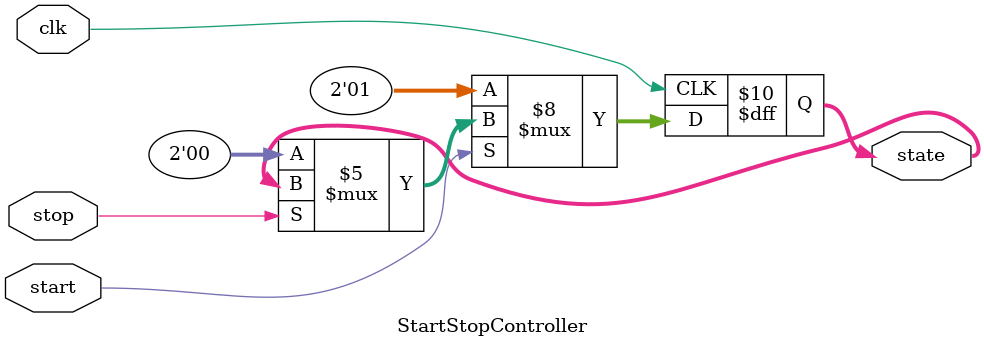
<source format=v>
module StartStopController (
    input clk,
	 input start,
    input stop,
    output reg [1:0] state
);

    initial begin
        state <= 1;
    end

    always @(posedge clk) begin
			if(!start)
				state <= 1;
        else if (!stop)
            state <= 0;
    end

endmodule


</source>
